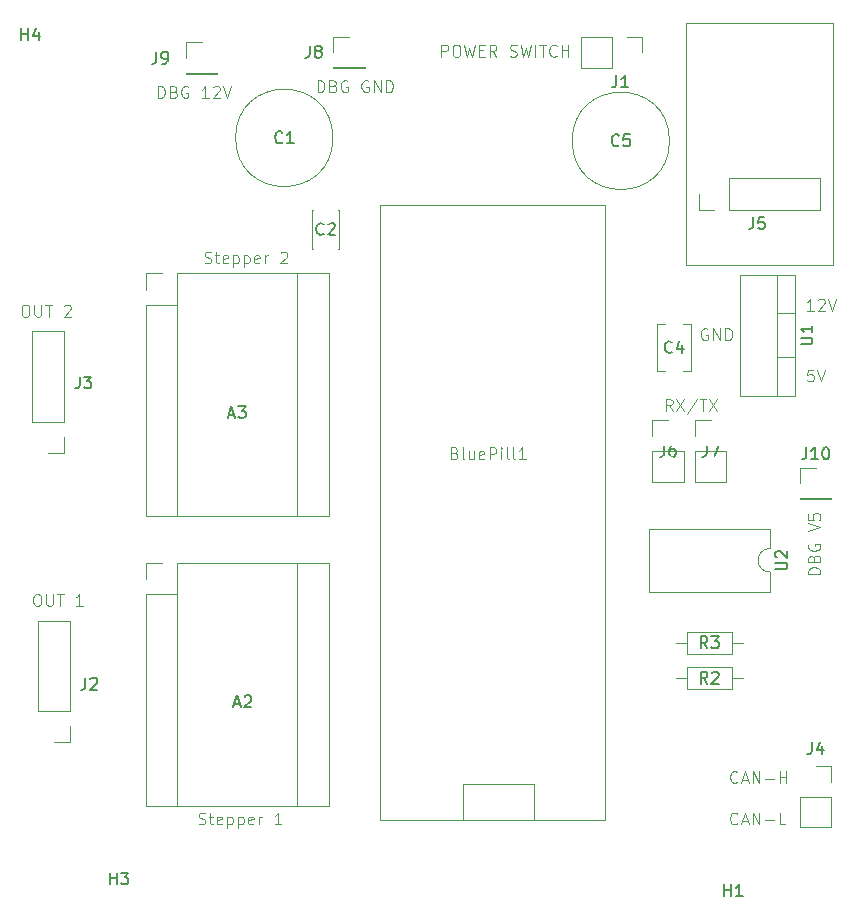
<source format=gto>
G04 #@! TF.GenerationSoftware,KiCad,Pcbnew,8.0.4*
G04 #@! TF.CreationDate,2024-09-27T10:27:01+02:00*
G04 #@! TF.ProjectId,WritingRobotV2,57726974-696e-4675-926f-626f7456322e,rev?*
G04 #@! TF.SameCoordinates,Original*
G04 #@! TF.FileFunction,Legend,Top*
G04 #@! TF.FilePolarity,Positive*
%FSLAX46Y46*%
G04 Gerber Fmt 4.6, Leading zero omitted, Abs format (unit mm)*
G04 Created by KiCad (PCBNEW 8.0.4) date 2024-09-27 10:27:01*
%MOMM*%
%LPD*%
G01*
G04 APERTURE LIST*
%ADD10C,0.100000*%
%ADD11C,0.125000*%
%ADD12C,0.150000*%
%ADD13C,0.120000*%
%ADD14C,1.400000*%
%ADD15O,1.400000X1.400000*%
%ADD16C,4.300000*%
%ADD17R,1.700000X1.700000*%
%ADD18O,1.700000X1.700000*%
%ADD19C,1.700000*%
%ADD20R,1.600000X1.600000*%
%ADD21O,1.600000X1.600000*%
%ADD22C,1.600000*%
%ADD23R,2.000000X1.905000*%
%ADD24O,2.000000X1.905000*%
%ADD25C,0.600000*%
G04 APERTURE END LIST*
D10*
X92000000Y-110500000D02*
X104500000Y-110500000D01*
X104500000Y-131000000D01*
X92000000Y-131000000D01*
X92000000Y-110500000D01*
D11*
X103371119Y-157179668D02*
X102371119Y-157179668D01*
X102371119Y-157179668D02*
X102371119Y-156941573D01*
X102371119Y-156941573D02*
X102418738Y-156798716D01*
X102418738Y-156798716D02*
X102513976Y-156703478D01*
X102513976Y-156703478D02*
X102609214Y-156655859D01*
X102609214Y-156655859D02*
X102799690Y-156608240D01*
X102799690Y-156608240D02*
X102942547Y-156608240D01*
X102942547Y-156608240D02*
X103133023Y-156655859D01*
X103133023Y-156655859D02*
X103228261Y-156703478D01*
X103228261Y-156703478D02*
X103323500Y-156798716D01*
X103323500Y-156798716D02*
X103371119Y-156941573D01*
X103371119Y-156941573D02*
X103371119Y-157179668D01*
X102847309Y-155846335D02*
X102894928Y-155703478D01*
X102894928Y-155703478D02*
X102942547Y-155655859D01*
X102942547Y-155655859D02*
X103037785Y-155608240D01*
X103037785Y-155608240D02*
X103180642Y-155608240D01*
X103180642Y-155608240D02*
X103275880Y-155655859D01*
X103275880Y-155655859D02*
X103323500Y-155703478D01*
X103323500Y-155703478D02*
X103371119Y-155798716D01*
X103371119Y-155798716D02*
X103371119Y-156179668D01*
X103371119Y-156179668D02*
X102371119Y-156179668D01*
X102371119Y-156179668D02*
X102371119Y-155846335D01*
X102371119Y-155846335D02*
X102418738Y-155751097D01*
X102418738Y-155751097D02*
X102466357Y-155703478D01*
X102466357Y-155703478D02*
X102561595Y-155655859D01*
X102561595Y-155655859D02*
X102656833Y-155655859D01*
X102656833Y-155655859D02*
X102752071Y-155703478D01*
X102752071Y-155703478D02*
X102799690Y-155751097D01*
X102799690Y-155751097D02*
X102847309Y-155846335D01*
X102847309Y-155846335D02*
X102847309Y-156179668D01*
X102418738Y-154655859D02*
X102371119Y-154751097D01*
X102371119Y-154751097D02*
X102371119Y-154893954D01*
X102371119Y-154893954D02*
X102418738Y-155036811D01*
X102418738Y-155036811D02*
X102513976Y-155132049D01*
X102513976Y-155132049D02*
X102609214Y-155179668D01*
X102609214Y-155179668D02*
X102799690Y-155227287D01*
X102799690Y-155227287D02*
X102942547Y-155227287D01*
X102942547Y-155227287D02*
X103133023Y-155179668D01*
X103133023Y-155179668D02*
X103228261Y-155132049D01*
X103228261Y-155132049D02*
X103323500Y-155036811D01*
X103323500Y-155036811D02*
X103371119Y-154893954D01*
X103371119Y-154893954D02*
X103371119Y-154798716D01*
X103371119Y-154798716D02*
X103323500Y-154655859D01*
X103323500Y-154655859D02*
X103275880Y-154608240D01*
X103275880Y-154608240D02*
X102942547Y-154608240D01*
X102942547Y-154608240D02*
X102942547Y-154798716D01*
X102371119Y-153560620D02*
X103371119Y-153227287D01*
X103371119Y-153227287D02*
X102371119Y-152893954D01*
X102371119Y-152084430D02*
X102371119Y-152560620D01*
X102371119Y-152560620D02*
X102847309Y-152608239D01*
X102847309Y-152608239D02*
X102799690Y-152560620D01*
X102799690Y-152560620D02*
X102752071Y-152465382D01*
X102752071Y-152465382D02*
X102752071Y-152227287D01*
X102752071Y-152227287D02*
X102799690Y-152132049D01*
X102799690Y-152132049D02*
X102847309Y-152084430D01*
X102847309Y-152084430D02*
X102942547Y-152036811D01*
X102942547Y-152036811D02*
X103180642Y-152036811D01*
X103180642Y-152036811D02*
X103275880Y-152084430D01*
X103275880Y-152084430D02*
X103323500Y-152132049D01*
X103323500Y-152132049D02*
X103371119Y-152227287D01*
X103371119Y-152227287D02*
X103371119Y-152465382D01*
X103371119Y-152465382D02*
X103323500Y-152560620D01*
X103323500Y-152560620D02*
X103275880Y-152608239D01*
X60820331Y-116371119D02*
X60820331Y-115371119D01*
X60820331Y-115371119D02*
X61058426Y-115371119D01*
X61058426Y-115371119D02*
X61201283Y-115418738D01*
X61201283Y-115418738D02*
X61296521Y-115513976D01*
X61296521Y-115513976D02*
X61344140Y-115609214D01*
X61344140Y-115609214D02*
X61391759Y-115799690D01*
X61391759Y-115799690D02*
X61391759Y-115942547D01*
X61391759Y-115942547D02*
X61344140Y-116133023D01*
X61344140Y-116133023D02*
X61296521Y-116228261D01*
X61296521Y-116228261D02*
X61201283Y-116323500D01*
X61201283Y-116323500D02*
X61058426Y-116371119D01*
X61058426Y-116371119D02*
X60820331Y-116371119D01*
X62153664Y-115847309D02*
X62296521Y-115894928D01*
X62296521Y-115894928D02*
X62344140Y-115942547D01*
X62344140Y-115942547D02*
X62391759Y-116037785D01*
X62391759Y-116037785D02*
X62391759Y-116180642D01*
X62391759Y-116180642D02*
X62344140Y-116275880D01*
X62344140Y-116275880D02*
X62296521Y-116323500D01*
X62296521Y-116323500D02*
X62201283Y-116371119D01*
X62201283Y-116371119D02*
X61820331Y-116371119D01*
X61820331Y-116371119D02*
X61820331Y-115371119D01*
X61820331Y-115371119D02*
X62153664Y-115371119D01*
X62153664Y-115371119D02*
X62248902Y-115418738D01*
X62248902Y-115418738D02*
X62296521Y-115466357D01*
X62296521Y-115466357D02*
X62344140Y-115561595D01*
X62344140Y-115561595D02*
X62344140Y-115656833D01*
X62344140Y-115656833D02*
X62296521Y-115752071D01*
X62296521Y-115752071D02*
X62248902Y-115799690D01*
X62248902Y-115799690D02*
X62153664Y-115847309D01*
X62153664Y-115847309D02*
X61820331Y-115847309D01*
X63344140Y-115418738D02*
X63248902Y-115371119D01*
X63248902Y-115371119D02*
X63106045Y-115371119D01*
X63106045Y-115371119D02*
X62963188Y-115418738D01*
X62963188Y-115418738D02*
X62867950Y-115513976D01*
X62867950Y-115513976D02*
X62820331Y-115609214D01*
X62820331Y-115609214D02*
X62772712Y-115799690D01*
X62772712Y-115799690D02*
X62772712Y-115942547D01*
X62772712Y-115942547D02*
X62820331Y-116133023D01*
X62820331Y-116133023D02*
X62867950Y-116228261D01*
X62867950Y-116228261D02*
X62963188Y-116323500D01*
X62963188Y-116323500D02*
X63106045Y-116371119D01*
X63106045Y-116371119D02*
X63201283Y-116371119D01*
X63201283Y-116371119D02*
X63344140Y-116323500D01*
X63344140Y-116323500D02*
X63391759Y-116275880D01*
X63391759Y-116275880D02*
X63391759Y-115942547D01*
X63391759Y-115942547D02*
X63201283Y-115942547D01*
X65106045Y-115418738D02*
X65010807Y-115371119D01*
X65010807Y-115371119D02*
X64867950Y-115371119D01*
X64867950Y-115371119D02*
X64725093Y-115418738D01*
X64725093Y-115418738D02*
X64629855Y-115513976D01*
X64629855Y-115513976D02*
X64582236Y-115609214D01*
X64582236Y-115609214D02*
X64534617Y-115799690D01*
X64534617Y-115799690D02*
X64534617Y-115942547D01*
X64534617Y-115942547D02*
X64582236Y-116133023D01*
X64582236Y-116133023D02*
X64629855Y-116228261D01*
X64629855Y-116228261D02*
X64725093Y-116323500D01*
X64725093Y-116323500D02*
X64867950Y-116371119D01*
X64867950Y-116371119D02*
X64963188Y-116371119D01*
X64963188Y-116371119D02*
X65106045Y-116323500D01*
X65106045Y-116323500D02*
X65153664Y-116275880D01*
X65153664Y-116275880D02*
X65153664Y-115942547D01*
X65153664Y-115942547D02*
X64963188Y-115942547D01*
X65582236Y-116371119D02*
X65582236Y-115371119D01*
X65582236Y-115371119D02*
X66153664Y-116371119D01*
X66153664Y-116371119D02*
X66153664Y-115371119D01*
X66629855Y-116371119D02*
X66629855Y-115371119D01*
X66629855Y-115371119D02*
X66867950Y-115371119D01*
X66867950Y-115371119D02*
X67010807Y-115418738D01*
X67010807Y-115418738D02*
X67106045Y-115513976D01*
X67106045Y-115513976D02*
X67153664Y-115609214D01*
X67153664Y-115609214D02*
X67201283Y-115799690D01*
X67201283Y-115799690D02*
X67201283Y-115942547D01*
X67201283Y-115942547D02*
X67153664Y-116133023D01*
X67153664Y-116133023D02*
X67106045Y-116228261D01*
X67106045Y-116228261D02*
X67010807Y-116323500D01*
X67010807Y-116323500D02*
X66867950Y-116371119D01*
X66867950Y-116371119D02*
X66629855Y-116371119D01*
D10*
X71303884Y-113372419D02*
X71303884Y-112372419D01*
X71303884Y-112372419D02*
X71684836Y-112372419D01*
X71684836Y-112372419D02*
X71780074Y-112420038D01*
X71780074Y-112420038D02*
X71827693Y-112467657D01*
X71827693Y-112467657D02*
X71875312Y-112562895D01*
X71875312Y-112562895D02*
X71875312Y-112705752D01*
X71875312Y-112705752D02*
X71827693Y-112800990D01*
X71827693Y-112800990D02*
X71780074Y-112848609D01*
X71780074Y-112848609D02*
X71684836Y-112896228D01*
X71684836Y-112896228D02*
X71303884Y-112896228D01*
X72494360Y-112372419D02*
X72684836Y-112372419D01*
X72684836Y-112372419D02*
X72780074Y-112420038D01*
X72780074Y-112420038D02*
X72875312Y-112515276D01*
X72875312Y-112515276D02*
X72922931Y-112705752D01*
X72922931Y-112705752D02*
X72922931Y-113039085D01*
X72922931Y-113039085D02*
X72875312Y-113229561D01*
X72875312Y-113229561D02*
X72780074Y-113324800D01*
X72780074Y-113324800D02*
X72684836Y-113372419D01*
X72684836Y-113372419D02*
X72494360Y-113372419D01*
X72494360Y-113372419D02*
X72399122Y-113324800D01*
X72399122Y-113324800D02*
X72303884Y-113229561D01*
X72303884Y-113229561D02*
X72256265Y-113039085D01*
X72256265Y-113039085D02*
X72256265Y-112705752D01*
X72256265Y-112705752D02*
X72303884Y-112515276D01*
X72303884Y-112515276D02*
X72399122Y-112420038D01*
X72399122Y-112420038D02*
X72494360Y-112372419D01*
X73256265Y-112372419D02*
X73494360Y-113372419D01*
X73494360Y-113372419D02*
X73684836Y-112658133D01*
X73684836Y-112658133D02*
X73875312Y-113372419D01*
X73875312Y-113372419D02*
X74113408Y-112372419D01*
X74494360Y-112848609D02*
X74827693Y-112848609D01*
X74970550Y-113372419D02*
X74494360Y-113372419D01*
X74494360Y-113372419D02*
X74494360Y-112372419D01*
X74494360Y-112372419D02*
X74970550Y-112372419D01*
X75970550Y-113372419D02*
X75637217Y-112896228D01*
X75399122Y-113372419D02*
X75399122Y-112372419D01*
X75399122Y-112372419D02*
X75780074Y-112372419D01*
X75780074Y-112372419D02*
X75875312Y-112420038D01*
X75875312Y-112420038D02*
X75922931Y-112467657D01*
X75922931Y-112467657D02*
X75970550Y-112562895D01*
X75970550Y-112562895D02*
X75970550Y-112705752D01*
X75970550Y-112705752D02*
X75922931Y-112800990D01*
X75922931Y-112800990D02*
X75875312Y-112848609D01*
X75875312Y-112848609D02*
X75780074Y-112896228D01*
X75780074Y-112896228D02*
X75399122Y-112896228D01*
X77113408Y-113324800D02*
X77256265Y-113372419D01*
X77256265Y-113372419D02*
X77494360Y-113372419D01*
X77494360Y-113372419D02*
X77589598Y-113324800D01*
X77589598Y-113324800D02*
X77637217Y-113277180D01*
X77637217Y-113277180D02*
X77684836Y-113181942D01*
X77684836Y-113181942D02*
X77684836Y-113086704D01*
X77684836Y-113086704D02*
X77637217Y-112991466D01*
X77637217Y-112991466D02*
X77589598Y-112943847D01*
X77589598Y-112943847D02*
X77494360Y-112896228D01*
X77494360Y-112896228D02*
X77303884Y-112848609D01*
X77303884Y-112848609D02*
X77208646Y-112800990D01*
X77208646Y-112800990D02*
X77161027Y-112753371D01*
X77161027Y-112753371D02*
X77113408Y-112658133D01*
X77113408Y-112658133D02*
X77113408Y-112562895D01*
X77113408Y-112562895D02*
X77161027Y-112467657D01*
X77161027Y-112467657D02*
X77208646Y-112420038D01*
X77208646Y-112420038D02*
X77303884Y-112372419D01*
X77303884Y-112372419D02*
X77541979Y-112372419D01*
X77541979Y-112372419D02*
X77684836Y-112420038D01*
X78018170Y-112372419D02*
X78256265Y-113372419D01*
X78256265Y-113372419D02*
X78446741Y-112658133D01*
X78446741Y-112658133D02*
X78637217Y-113372419D01*
X78637217Y-113372419D02*
X78875313Y-112372419D01*
X79256265Y-113372419D02*
X79256265Y-112372419D01*
X79589598Y-112372419D02*
X80161026Y-112372419D01*
X79875312Y-113372419D02*
X79875312Y-112372419D01*
X81065788Y-113277180D02*
X81018169Y-113324800D01*
X81018169Y-113324800D02*
X80875312Y-113372419D01*
X80875312Y-113372419D02*
X80780074Y-113372419D01*
X80780074Y-113372419D02*
X80637217Y-113324800D01*
X80637217Y-113324800D02*
X80541979Y-113229561D01*
X80541979Y-113229561D02*
X80494360Y-113134323D01*
X80494360Y-113134323D02*
X80446741Y-112943847D01*
X80446741Y-112943847D02*
X80446741Y-112800990D01*
X80446741Y-112800990D02*
X80494360Y-112610514D01*
X80494360Y-112610514D02*
X80541979Y-112515276D01*
X80541979Y-112515276D02*
X80637217Y-112420038D01*
X80637217Y-112420038D02*
X80780074Y-112372419D01*
X80780074Y-112372419D02*
X80875312Y-112372419D01*
X80875312Y-112372419D02*
X81018169Y-112420038D01*
X81018169Y-112420038D02*
X81065788Y-112467657D01*
X81494360Y-113372419D02*
X81494360Y-112372419D01*
X81494360Y-112848609D02*
X82065788Y-112848609D01*
X82065788Y-113372419D02*
X82065788Y-112372419D01*
X102780074Y-139872419D02*
X102303884Y-139872419D01*
X102303884Y-139872419D02*
X102256265Y-140348609D01*
X102256265Y-140348609D02*
X102303884Y-140300990D01*
X102303884Y-140300990D02*
X102399122Y-140253371D01*
X102399122Y-140253371D02*
X102637217Y-140253371D01*
X102637217Y-140253371D02*
X102732455Y-140300990D01*
X102732455Y-140300990D02*
X102780074Y-140348609D01*
X102780074Y-140348609D02*
X102827693Y-140443847D01*
X102827693Y-140443847D02*
X102827693Y-140681942D01*
X102827693Y-140681942D02*
X102780074Y-140777180D01*
X102780074Y-140777180D02*
X102732455Y-140824800D01*
X102732455Y-140824800D02*
X102637217Y-140872419D01*
X102637217Y-140872419D02*
X102399122Y-140872419D01*
X102399122Y-140872419D02*
X102303884Y-140824800D01*
X102303884Y-140824800D02*
X102256265Y-140777180D01*
X103113408Y-139872419D02*
X103446741Y-140872419D01*
X103446741Y-140872419D02*
X103780074Y-139872419D01*
X36994360Y-158872419D02*
X37184836Y-158872419D01*
X37184836Y-158872419D02*
X37280074Y-158920038D01*
X37280074Y-158920038D02*
X37375312Y-159015276D01*
X37375312Y-159015276D02*
X37422931Y-159205752D01*
X37422931Y-159205752D02*
X37422931Y-159539085D01*
X37422931Y-159539085D02*
X37375312Y-159729561D01*
X37375312Y-159729561D02*
X37280074Y-159824800D01*
X37280074Y-159824800D02*
X37184836Y-159872419D01*
X37184836Y-159872419D02*
X36994360Y-159872419D01*
X36994360Y-159872419D02*
X36899122Y-159824800D01*
X36899122Y-159824800D02*
X36803884Y-159729561D01*
X36803884Y-159729561D02*
X36756265Y-159539085D01*
X36756265Y-159539085D02*
X36756265Y-159205752D01*
X36756265Y-159205752D02*
X36803884Y-159015276D01*
X36803884Y-159015276D02*
X36899122Y-158920038D01*
X36899122Y-158920038D02*
X36994360Y-158872419D01*
X37851503Y-158872419D02*
X37851503Y-159681942D01*
X37851503Y-159681942D02*
X37899122Y-159777180D01*
X37899122Y-159777180D02*
X37946741Y-159824800D01*
X37946741Y-159824800D02*
X38041979Y-159872419D01*
X38041979Y-159872419D02*
X38232455Y-159872419D01*
X38232455Y-159872419D02*
X38327693Y-159824800D01*
X38327693Y-159824800D02*
X38375312Y-159777180D01*
X38375312Y-159777180D02*
X38422931Y-159681942D01*
X38422931Y-159681942D02*
X38422931Y-158872419D01*
X38756265Y-158872419D02*
X39327693Y-158872419D01*
X39041979Y-159872419D02*
X39041979Y-158872419D01*
X40946741Y-159872419D02*
X40375313Y-159872419D01*
X40661027Y-159872419D02*
X40661027Y-158872419D01*
X40661027Y-158872419D02*
X40565789Y-159015276D01*
X40565789Y-159015276D02*
X40470551Y-159110514D01*
X40470551Y-159110514D02*
X40375313Y-159158133D01*
X93827693Y-136420038D02*
X93732455Y-136372419D01*
X93732455Y-136372419D02*
X93589598Y-136372419D01*
X93589598Y-136372419D02*
X93446741Y-136420038D01*
X93446741Y-136420038D02*
X93351503Y-136515276D01*
X93351503Y-136515276D02*
X93303884Y-136610514D01*
X93303884Y-136610514D02*
X93256265Y-136800990D01*
X93256265Y-136800990D02*
X93256265Y-136943847D01*
X93256265Y-136943847D02*
X93303884Y-137134323D01*
X93303884Y-137134323D02*
X93351503Y-137229561D01*
X93351503Y-137229561D02*
X93446741Y-137324800D01*
X93446741Y-137324800D02*
X93589598Y-137372419D01*
X93589598Y-137372419D02*
X93684836Y-137372419D01*
X93684836Y-137372419D02*
X93827693Y-137324800D01*
X93827693Y-137324800D02*
X93875312Y-137277180D01*
X93875312Y-137277180D02*
X93875312Y-136943847D01*
X93875312Y-136943847D02*
X93684836Y-136943847D01*
X94303884Y-137372419D02*
X94303884Y-136372419D01*
X94303884Y-136372419D02*
X94875312Y-137372419D01*
X94875312Y-137372419D02*
X94875312Y-136372419D01*
X95351503Y-137372419D02*
X95351503Y-136372419D01*
X95351503Y-136372419D02*
X95589598Y-136372419D01*
X95589598Y-136372419D02*
X95732455Y-136420038D01*
X95732455Y-136420038D02*
X95827693Y-136515276D01*
X95827693Y-136515276D02*
X95875312Y-136610514D01*
X95875312Y-136610514D02*
X95922931Y-136800990D01*
X95922931Y-136800990D02*
X95922931Y-136943847D01*
X95922931Y-136943847D02*
X95875312Y-137134323D01*
X95875312Y-137134323D02*
X95827693Y-137229561D01*
X95827693Y-137229561D02*
X95732455Y-137324800D01*
X95732455Y-137324800D02*
X95589598Y-137372419D01*
X95589598Y-137372419D02*
X95351503Y-137372419D01*
X50756265Y-178324800D02*
X50899122Y-178372419D01*
X50899122Y-178372419D02*
X51137217Y-178372419D01*
X51137217Y-178372419D02*
X51232455Y-178324800D01*
X51232455Y-178324800D02*
X51280074Y-178277180D01*
X51280074Y-178277180D02*
X51327693Y-178181942D01*
X51327693Y-178181942D02*
X51327693Y-178086704D01*
X51327693Y-178086704D02*
X51280074Y-177991466D01*
X51280074Y-177991466D02*
X51232455Y-177943847D01*
X51232455Y-177943847D02*
X51137217Y-177896228D01*
X51137217Y-177896228D02*
X50946741Y-177848609D01*
X50946741Y-177848609D02*
X50851503Y-177800990D01*
X50851503Y-177800990D02*
X50803884Y-177753371D01*
X50803884Y-177753371D02*
X50756265Y-177658133D01*
X50756265Y-177658133D02*
X50756265Y-177562895D01*
X50756265Y-177562895D02*
X50803884Y-177467657D01*
X50803884Y-177467657D02*
X50851503Y-177420038D01*
X50851503Y-177420038D02*
X50946741Y-177372419D01*
X50946741Y-177372419D02*
X51184836Y-177372419D01*
X51184836Y-177372419D02*
X51327693Y-177420038D01*
X51613408Y-177705752D02*
X51994360Y-177705752D01*
X51756265Y-177372419D02*
X51756265Y-178229561D01*
X51756265Y-178229561D02*
X51803884Y-178324800D01*
X51803884Y-178324800D02*
X51899122Y-178372419D01*
X51899122Y-178372419D02*
X51994360Y-178372419D01*
X52708646Y-178324800D02*
X52613408Y-178372419D01*
X52613408Y-178372419D02*
X52422932Y-178372419D01*
X52422932Y-178372419D02*
X52327694Y-178324800D01*
X52327694Y-178324800D02*
X52280075Y-178229561D01*
X52280075Y-178229561D02*
X52280075Y-177848609D01*
X52280075Y-177848609D02*
X52327694Y-177753371D01*
X52327694Y-177753371D02*
X52422932Y-177705752D01*
X52422932Y-177705752D02*
X52613408Y-177705752D01*
X52613408Y-177705752D02*
X52708646Y-177753371D01*
X52708646Y-177753371D02*
X52756265Y-177848609D01*
X52756265Y-177848609D02*
X52756265Y-177943847D01*
X52756265Y-177943847D02*
X52280075Y-178039085D01*
X53184837Y-177705752D02*
X53184837Y-178705752D01*
X53184837Y-177753371D02*
X53280075Y-177705752D01*
X53280075Y-177705752D02*
X53470551Y-177705752D01*
X53470551Y-177705752D02*
X53565789Y-177753371D01*
X53565789Y-177753371D02*
X53613408Y-177800990D01*
X53613408Y-177800990D02*
X53661027Y-177896228D01*
X53661027Y-177896228D02*
X53661027Y-178181942D01*
X53661027Y-178181942D02*
X53613408Y-178277180D01*
X53613408Y-178277180D02*
X53565789Y-178324800D01*
X53565789Y-178324800D02*
X53470551Y-178372419D01*
X53470551Y-178372419D02*
X53280075Y-178372419D01*
X53280075Y-178372419D02*
X53184837Y-178324800D01*
X54089599Y-177705752D02*
X54089599Y-178705752D01*
X54089599Y-177753371D02*
X54184837Y-177705752D01*
X54184837Y-177705752D02*
X54375313Y-177705752D01*
X54375313Y-177705752D02*
X54470551Y-177753371D01*
X54470551Y-177753371D02*
X54518170Y-177800990D01*
X54518170Y-177800990D02*
X54565789Y-177896228D01*
X54565789Y-177896228D02*
X54565789Y-178181942D01*
X54565789Y-178181942D02*
X54518170Y-178277180D01*
X54518170Y-178277180D02*
X54470551Y-178324800D01*
X54470551Y-178324800D02*
X54375313Y-178372419D01*
X54375313Y-178372419D02*
X54184837Y-178372419D01*
X54184837Y-178372419D02*
X54089599Y-178324800D01*
X55375313Y-178324800D02*
X55280075Y-178372419D01*
X55280075Y-178372419D02*
X55089599Y-178372419D01*
X55089599Y-178372419D02*
X54994361Y-178324800D01*
X54994361Y-178324800D02*
X54946742Y-178229561D01*
X54946742Y-178229561D02*
X54946742Y-177848609D01*
X54946742Y-177848609D02*
X54994361Y-177753371D01*
X54994361Y-177753371D02*
X55089599Y-177705752D01*
X55089599Y-177705752D02*
X55280075Y-177705752D01*
X55280075Y-177705752D02*
X55375313Y-177753371D01*
X55375313Y-177753371D02*
X55422932Y-177848609D01*
X55422932Y-177848609D02*
X55422932Y-177943847D01*
X55422932Y-177943847D02*
X54946742Y-178039085D01*
X55851504Y-178372419D02*
X55851504Y-177705752D01*
X55851504Y-177896228D02*
X55899123Y-177800990D01*
X55899123Y-177800990D02*
X55946742Y-177753371D01*
X55946742Y-177753371D02*
X56041980Y-177705752D01*
X56041980Y-177705752D02*
X56137218Y-177705752D01*
X57756266Y-178372419D02*
X57184838Y-178372419D01*
X57470552Y-178372419D02*
X57470552Y-177372419D01*
X57470552Y-177372419D02*
X57375314Y-177515276D01*
X57375314Y-177515276D02*
X57280076Y-177610514D01*
X57280076Y-177610514D02*
X57184838Y-177658133D01*
X96375312Y-178277180D02*
X96327693Y-178324800D01*
X96327693Y-178324800D02*
X96184836Y-178372419D01*
X96184836Y-178372419D02*
X96089598Y-178372419D01*
X96089598Y-178372419D02*
X95946741Y-178324800D01*
X95946741Y-178324800D02*
X95851503Y-178229561D01*
X95851503Y-178229561D02*
X95803884Y-178134323D01*
X95803884Y-178134323D02*
X95756265Y-177943847D01*
X95756265Y-177943847D02*
X95756265Y-177800990D01*
X95756265Y-177800990D02*
X95803884Y-177610514D01*
X95803884Y-177610514D02*
X95851503Y-177515276D01*
X95851503Y-177515276D02*
X95946741Y-177420038D01*
X95946741Y-177420038D02*
X96089598Y-177372419D01*
X96089598Y-177372419D02*
X96184836Y-177372419D01*
X96184836Y-177372419D02*
X96327693Y-177420038D01*
X96327693Y-177420038D02*
X96375312Y-177467657D01*
X96756265Y-178086704D02*
X97232455Y-178086704D01*
X96661027Y-178372419D02*
X96994360Y-177372419D01*
X96994360Y-177372419D02*
X97327693Y-178372419D01*
X97661027Y-178372419D02*
X97661027Y-177372419D01*
X97661027Y-177372419D02*
X98232455Y-178372419D01*
X98232455Y-178372419D02*
X98232455Y-177372419D01*
X98708646Y-177991466D02*
X99470551Y-177991466D01*
X100422931Y-178372419D02*
X99946741Y-178372419D01*
X99946741Y-178372419D02*
X99946741Y-177372419D01*
X102827693Y-134872419D02*
X102256265Y-134872419D01*
X102541979Y-134872419D02*
X102541979Y-133872419D01*
X102541979Y-133872419D02*
X102446741Y-134015276D01*
X102446741Y-134015276D02*
X102351503Y-134110514D01*
X102351503Y-134110514D02*
X102256265Y-134158133D01*
X103208646Y-133967657D02*
X103256265Y-133920038D01*
X103256265Y-133920038D02*
X103351503Y-133872419D01*
X103351503Y-133872419D02*
X103589598Y-133872419D01*
X103589598Y-133872419D02*
X103684836Y-133920038D01*
X103684836Y-133920038D02*
X103732455Y-133967657D01*
X103732455Y-133967657D02*
X103780074Y-134062895D01*
X103780074Y-134062895D02*
X103780074Y-134158133D01*
X103780074Y-134158133D02*
X103732455Y-134300990D01*
X103732455Y-134300990D02*
X103161027Y-134872419D01*
X103161027Y-134872419D02*
X103780074Y-134872419D01*
X104065789Y-133872419D02*
X104399122Y-134872419D01*
X104399122Y-134872419D02*
X104732455Y-133872419D01*
X96375312Y-174777180D02*
X96327693Y-174824800D01*
X96327693Y-174824800D02*
X96184836Y-174872419D01*
X96184836Y-174872419D02*
X96089598Y-174872419D01*
X96089598Y-174872419D02*
X95946741Y-174824800D01*
X95946741Y-174824800D02*
X95851503Y-174729561D01*
X95851503Y-174729561D02*
X95803884Y-174634323D01*
X95803884Y-174634323D02*
X95756265Y-174443847D01*
X95756265Y-174443847D02*
X95756265Y-174300990D01*
X95756265Y-174300990D02*
X95803884Y-174110514D01*
X95803884Y-174110514D02*
X95851503Y-174015276D01*
X95851503Y-174015276D02*
X95946741Y-173920038D01*
X95946741Y-173920038D02*
X96089598Y-173872419D01*
X96089598Y-173872419D02*
X96184836Y-173872419D01*
X96184836Y-173872419D02*
X96327693Y-173920038D01*
X96327693Y-173920038D02*
X96375312Y-173967657D01*
X96756265Y-174586704D02*
X97232455Y-174586704D01*
X96661027Y-174872419D02*
X96994360Y-173872419D01*
X96994360Y-173872419D02*
X97327693Y-174872419D01*
X97661027Y-174872419D02*
X97661027Y-173872419D01*
X97661027Y-173872419D02*
X98232455Y-174872419D01*
X98232455Y-174872419D02*
X98232455Y-173872419D01*
X98708646Y-174491466D02*
X99470551Y-174491466D01*
X99946741Y-174872419D02*
X99946741Y-173872419D01*
X99946741Y-174348609D02*
X100518169Y-174348609D01*
X100518169Y-174872419D02*
X100518169Y-173872419D01*
X35994360Y-134372419D02*
X36184836Y-134372419D01*
X36184836Y-134372419D02*
X36280074Y-134420038D01*
X36280074Y-134420038D02*
X36375312Y-134515276D01*
X36375312Y-134515276D02*
X36422931Y-134705752D01*
X36422931Y-134705752D02*
X36422931Y-135039085D01*
X36422931Y-135039085D02*
X36375312Y-135229561D01*
X36375312Y-135229561D02*
X36280074Y-135324800D01*
X36280074Y-135324800D02*
X36184836Y-135372419D01*
X36184836Y-135372419D02*
X35994360Y-135372419D01*
X35994360Y-135372419D02*
X35899122Y-135324800D01*
X35899122Y-135324800D02*
X35803884Y-135229561D01*
X35803884Y-135229561D02*
X35756265Y-135039085D01*
X35756265Y-135039085D02*
X35756265Y-134705752D01*
X35756265Y-134705752D02*
X35803884Y-134515276D01*
X35803884Y-134515276D02*
X35899122Y-134420038D01*
X35899122Y-134420038D02*
X35994360Y-134372419D01*
X36851503Y-134372419D02*
X36851503Y-135181942D01*
X36851503Y-135181942D02*
X36899122Y-135277180D01*
X36899122Y-135277180D02*
X36946741Y-135324800D01*
X36946741Y-135324800D02*
X37041979Y-135372419D01*
X37041979Y-135372419D02*
X37232455Y-135372419D01*
X37232455Y-135372419D02*
X37327693Y-135324800D01*
X37327693Y-135324800D02*
X37375312Y-135277180D01*
X37375312Y-135277180D02*
X37422931Y-135181942D01*
X37422931Y-135181942D02*
X37422931Y-134372419D01*
X37756265Y-134372419D02*
X38327693Y-134372419D01*
X38041979Y-135372419D02*
X38041979Y-134372419D01*
X39375313Y-134467657D02*
X39422932Y-134420038D01*
X39422932Y-134420038D02*
X39518170Y-134372419D01*
X39518170Y-134372419D02*
X39756265Y-134372419D01*
X39756265Y-134372419D02*
X39851503Y-134420038D01*
X39851503Y-134420038D02*
X39899122Y-134467657D01*
X39899122Y-134467657D02*
X39946741Y-134562895D01*
X39946741Y-134562895D02*
X39946741Y-134658133D01*
X39946741Y-134658133D02*
X39899122Y-134800990D01*
X39899122Y-134800990D02*
X39327694Y-135372419D01*
X39327694Y-135372419D02*
X39946741Y-135372419D01*
X51256265Y-130824800D02*
X51399122Y-130872419D01*
X51399122Y-130872419D02*
X51637217Y-130872419D01*
X51637217Y-130872419D02*
X51732455Y-130824800D01*
X51732455Y-130824800D02*
X51780074Y-130777180D01*
X51780074Y-130777180D02*
X51827693Y-130681942D01*
X51827693Y-130681942D02*
X51827693Y-130586704D01*
X51827693Y-130586704D02*
X51780074Y-130491466D01*
X51780074Y-130491466D02*
X51732455Y-130443847D01*
X51732455Y-130443847D02*
X51637217Y-130396228D01*
X51637217Y-130396228D02*
X51446741Y-130348609D01*
X51446741Y-130348609D02*
X51351503Y-130300990D01*
X51351503Y-130300990D02*
X51303884Y-130253371D01*
X51303884Y-130253371D02*
X51256265Y-130158133D01*
X51256265Y-130158133D02*
X51256265Y-130062895D01*
X51256265Y-130062895D02*
X51303884Y-129967657D01*
X51303884Y-129967657D02*
X51351503Y-129920038D01*
X51351503Y-129920038D02*
X51446741Y-129872419D01*
X51446741Y-129872419D02*
X51684836Y-129872419D01*
X51684836Y-129872419D02*
X51827693Y-129920038D01*
X52113408Y-130205752D02*
X52494360Y-130205752D01*
X52256265Y-129872419D02*
X52256265Y-130729561D01*
X52256265Y-130729561D02*
X52303884Y-130824800D01*
X52303884Y-130824800D02*
X52399122Y-130872419D01*
X52399122Y-130872419D02*
X52494360Y-130872419D01*
X53208646Y-130824800D02*
X53113408Y-130872419D01*
X53113408Y-130872419D02*
X52922932Y-130872419D01*
X52922932Y-130872419D02*
X52827694Y-130824800D01*
X52827694Y-130824800D02*
X52780075Y-130729561D01*
X52780075Y-130729561D02*
X52780075Y-130348609D01*
X52780075Y-130348609D02*
X52827694Y-130253371D01*
X52827694Y-130253371D02*
X52922932Y-130205752D01*
X52922932Y-130205752D02*
X53113408Y-130205752D01*
X53113408Y-130205752D02*
X53208646Y-130253371D01*
X53208646Y-130253371D02*
X53256265Y-130348609D01*
X53256265Y-130348609D02*
X53256265Y-130443847D01*
X53256265Y-130443847D02*
X52780075Y-130539085D01*
X53684837Y-130205752D02*
X53684837Y-131205752D01*
X53684837Y-130253371D02*
X53780075Y-130205752D01*
X53780075Y-130205752D02*
X53970551Y-130205752D01*
X53970551Y-130205752D02*
X54065789Y-130253371D01*
X54065789Y-130253371D02*
X54113408Y-130300990D01*
X54113408Y-130300990D02*
X54161027Y-130396228D01*
X54161027Y-130396228D02*
X54161027Y-130681942D01*
X54161027Y-130681942D02*
X54113408Y-130777180D01*
X54113408Y-130777180D02*
X54065789Y-130824800D01*
X54065789Y-130824800D02*
X53970551Y-130872419D01*
X53970551Y-130872419D02*
X53780075Y-130872419D01*
X53780075Y-130872419D02*
X53684837Y-130824800D01*
X54589599Y-130205752D02*
X54589599Y-131205752D01*
X54589599Y-130253371D02*
X54684837Y-130205752D01*
X54684837Y-130205752D02*
X54875313Y-130205752D01*
X54875313Y-130205752D02*
X54970551Y-130253371D01*
X54970551Y-130253371D02*
X55018170Y-130300990D01*
X55018170Y-130300990D02*
X55065789Y-130396228D01*
X55065789Y-130396228D02*
X55065789Y-130681942D01*
X55065789Y-130681942D02*
X55018170Y-130777180D01*
X55018170Y-130777180D02*
X54970551Y-130824800D01*
X54970551Y-130824800D02*
X54875313Y-130872419D01*
X54875313Y-130872419D02*
X54684837Y-130872419D01*
X54684837Y-130872419D02*
X54589599Y-130824800D01*
X55875313Y-130824800D02*
X55780075Y-130872419D01*
X55780075Y-130872419D02*
X55589599Y-130872419D01*
X55589599Y-130872419D02*
X55494361Y-130824800D01*
X55494361Y-130824800D02*
X55446742Y-130729561D01*
X55446742Y-130729561D02*
X55446742Y-130348609D01*
X55446742Y-130348609D02*
X55494361Y-130253371D01*
X55494361Y-130253371D02*
X55589599Y-130205752D01*
X55589599Y-130205752D02*
X55780075Y-130205752D01*
X55780075Y-130205752D02*
X55875313Y-130253371D01*
X55875313Y-130253371D02*
X55922932Y-130348609D01*
X55922932Y-130348609D02*
X55922932Y-130443847D01*
X55922932Y-130443847D02*
X55446742Y-130539085D01*
X56351504Y-130872419D02*
X56351504Y-130205752D01*
X56351504Y-130396228D02*
X56399123Y-130300990D01*
X56399123Y-130300990D02*
X56446742Y-130253371D01*
X56446742Y-130253371D02*
X56541980Y-130205752D01*
X56541980Y-130205752D02*
X56637218Y-130205752D01*
X57684838Y-129967657D02*
X57732457Y-129920038D01*
X57732457Y-129920038D02*
X57827695Y-129872419D01*
X57827695Y-129872419D02*
X58065790Y-129872419D01*
X58065790Y-129872419D02*
X58161028Y-129920038D01*
X58161028Y-129920038D02*
X58208647Y-129967657D01*
X58208647Y-129967657D02*
X58256266Y-130062895D01*
X58256266Y-130062895D02*
X58256266Y-130158133D01*
X58256266Y-130158133D02*
X58208647Y-130300990D01*
X58208647Y-130300990D02*
X57637219Y-130872419D01*
X57637219Y-130872419D02*
X58256266Y-130872419D01*
X90875312Y-143372419D02*
X90541979Y-142896228D01*
X90303884Y-143372419D02*
X90303884Y-142372419D01*
X90303884Y-142372419D02*
X90684836Y-142372419D01*
X90684836Y-142372419D02*
X90780074Y-142420038D01*
X90780074Y-142420038D02*
X90827693Y-142467657D01*
X90827693Y-142467657D02*
X90875312Y-142562895D01*
X90875312Y-142562895D02*
X90875312Y-142705752D01*
X90875312Y-142705752D02*
X90827693Y-142800990D01*
X90827693Y-142800990D02*
X90780074Y-142848609D01*
X90780074Y-142848609D02*
X90684836Y-142896228D01*
X90684836Y-142896228D02*
X90303884Y-142896228D01*
X91208646Y-142372419D02*
X91875312Y-143372419D01*
X91875312Y-142372419D02*
X91208646Y-143372419D01*
X92970550Y-142324800D02*
X92113408Y-143610514D01*
X93161027Y-142372419D02*
X93732455Y-142372419D01*
X93446741Y-143372419D02*
X93446741Y-142372419D01*
X93970551Y-142372419D02*
X94637217Y-143372419D01*
X94637217Y-142372419D02*
X93970551Y-143372419D01*
D11*
X47320331Y-116871119D02*
X47320331Y-115871119D01*
X47320331Y-115871119D02*
X47558426Y-115871119D01*
X47558426Y-115871119D02*
X47701283Y-115918738D01*
X47701283Y-115918738D02*
X47796521Y-116013976D01*
X47796521Y-116013976D02*
X47844140Y-116109214D01*
X47844140Y-116109214D02*
X47891759Y-116299690D01*
X47891759Y-116299690D02*
X47891759Y-116442547D01*
X47891759Y-116442547D02*
X47844140Y-116633023D01*
X47844140Y-116633023D02*
X47796521Y-116728261D01*
X47796521Y-116728261D02*
X47701283Y-116823500D01*
X47701283Y-116823500D02*
X47558426Y-116871119D01*
X47558426Y-116871119D02*
X47320331Y-116871119D01*
X48653664Y-116347309D02*
X48796521Y-116394928D01*
X48796521Y-116394928D02*
X48844140Y-116442547D01*
X48844140Y-116442547D02*
X48891759Y-116537785D01*
X48891759Y-116537785D02*
X48891759Y-116680642D01*
X48891759Y-116680642D02*
X48844140Y-116775880D01*
X48844140Y-116775880D02*
X48796521Y-116823500D01*
X48796521Y-116823500D02*
X48701283Y-116871119D01*
X48701283Y-116871119D02*
X48320331Y-116871119D01*
X48320331Y-116871119D02*
X48320331Y-115871119D01*
X48320331Y-115871119D02*
X48653664Y-115871119D01*
X48653664Y-115871119D02*
X48748902Y-115918738D01*
X48748902Y-115918738D02*
X48796521Y-115966357D01*
X48796521Y-115966357D02*
X48844140Y-116061595D01*
X48844140Y-116061595D02*
X48844140Y-116156833D01*
X48844140Y-116156833D02*
X48796521Y-116252071D01*
X48796521Y-116252071D02*
X48748902Y-116299690D01*
X48748902Y-116299690D02*
X48653664Y-116347309D01*
X48653664Y-116347309D02*
X48320331Y-116347309D01*
X49844140Y-115918738D02*
X49748902Y-115871119D01*
X49748902Y-115871119D02*
X49606045Y-115871119D01*
X49606045Y-115871119D02*
X49463188Y-115918738D01*
X49463188Y-115918738D02*
X49367950Y-116013976D01*
X49367950Y-116013976D02*
X49320331Y-116109214D01*
X49320331Y-116109214D02*
X49272712Y-116299690D01*
X49272712Y-116299690D02*
X49272712Y-116442547D01*
X49272712Y-116442547D02*
X49320331Y-116633023D01*
X49320331Y-116633023D02*
X49367950Y-116728261D01*
X49367950Y-116728261D02*
X49463188Y-116823500D01*
X49463188Y-116823500D02*
X49606045Y-116871119D01*
X49606045Y-116871119D02*
X49701283Y-116871119D01*
X49701283Y-116871119D02*
X49844140Y-116823500D01*
X49844140Y-116823500D02*
X49891759Y-116775880D01*
X49891759Y-116775880D02*
X49891759Y-116442547D01*
X49891759Y-116442547D02*
X49701283Y-116442547D01*
X51606045Y-116871119D02*
X51034617Y-116871119D01*
X51320331Y-116871119D02*
X51320331Y-115871119D01*
X51320331Y-115871119D02*
X51225093Y-116013976D01*
X51225093Y-116013976D02*
X51129855Y-116109214D01*
X51129855Y-116109214D02*
X51034617Y-116156833D01*
X51986998Y-115966357D02*
X52034617Y-115918738D01*
X52034617Y-115918738D02*
X52129855Y-115871119D01*
X52129855Y-115871119D02*
X52367950Y-115871119D01*
X52367950Y-115871119D02*
X52463188Y-115918738D01*
X52463188Y-115918738D02*
X52510807Y-115966357D01*
X52510807Y-115966357D02*
X52558426Y-116061595D01*
X52558426Y-116061595D02*
X52558426Y-116156833D01*
X52558426Y-116156833D02*
X52510807Y-116299690D01*
X52510807Y-116299690D02*
X51939379Y-116871119D01*
X51939379Y-116871119D02*
X52558426Y-116871119D01*
X52844141Y-115871119D02*
X53177474Y-116871119D01*
X53177474Y-116871119D02*
X53510807Y-115871119D01*
D12*
X93833333Y-166454819D02*
X93500000Y-165978628D01*
X93261905Y-166454819D02*
X93261905Y-165454819D01*
X93261905Y-165454819D02*
X93642857Y-165454819D01*
X93642857Y-165454819D02*
X93738095Y-165502438D01*
X93738095Y-165502438D02*
X93785714Y-165550057D01*
X93785714Y-165550057D02*
X93833333Y-165645295D01*
X93833333Y-165645295D02*
X93833333Y-165788152D01*
X93833333Y-165788152D02*
X93785714Y-165883390D01*
X93785714Y-165883390D02*
X93738095Y-165931009D01*
X93738095Y-165931009D02*
X93642857Y-165978628D01*
X93642857Y-165978628D02*
X93261905Y-165978628D01*
X94214286Y-165550057D02*
X94261905Y-165502438D01*
X94261905Y-165502438D02*
X94357143Y-165454819D01*
X94357143Y-165454819D02*
X94595238Y-165454819D01*
X94595238Y-165454819D02*
X94690476Y-165502438D01*
X94690476Y-165502438D02*
X94738095Y-165550057D01*
X94738095Y-165550057D02*
X94785714Y-165645295D01*
X94785714Y-165645295D02*
X94785714Y-165740533D01*
X94785714Y-165740533D02*
X94738095Y-165883390D01*
X94738095Y-165883390D02*
X94166667Y-166454819D01*
X94166667Y-166454819D02*
X94785714Y-166454819D01*
X35738095Y-111954819D02*
X35738095Y-110954819D01*
X35738095Y-111431009D02*
X36309523Y-111431009D01*
X36309523Y-111954819D02*
X36309523Y-110954819D01*
X37214285Y-111288152D02*
X37214285Y-111954819D01*
X36976190Y-110907200D02*
X36738095Y-111621485D01*
X36738095Y-111621485D02*
X37357142Y-111621485D01*
X47166666Y-112954819D02*
X47166666Y-113669104D01*
X47166666Y-113669104D02*
X47119047Y-113811961D01*
X47119047Y-113811961D02*
X47023809Y-113907200D01*
X47023809Y-113907200D02*
X46880952Y-113954819D01*
X46880952Y-113954819D02*
X46785714Y-113954819D01*
X47690476Y-113954819D02*
X47880952Y-113954819D01*
X47880952Y-113954819D02*
X47976190Y-113907200D01*
X47976190Y-113907200D02*
X48023809Y-113859580D01*
X48023809Y-113859580D02*
X48119047Y-113716723D01*
X48119047Y-113716723D02*
X48166666Y-113526247D01*
X48166666Y-113526247D02*
X48166666Y-113145295D01*
X48166666Y-113145295D02*
X48119047Y-113050057D01*
X48119047Y-113050057D02*
X48071428Y-113002438D01*
X48071428Y-113002438D02*
X47976190Y-112954819D01*
X47976190Y-112954819D02*
X47785714Y-112954819D01*
X47785714Y-112954819D02*
X47690476Y-113002438D01*
X47690476Y-113002438D02*
X47642857Y-113050057D01*
X47642857Y-113050057D02*
X47595238Y-113145295D01*
X47595238Y-113145295D02*
X47595238Y-113383390D01*
X47595238Y-113383390D02*
X47642857Y-113478628D01*
X47642857Y-113478628D02*
X47690476Y-113526247D01*
X47690476Y-113526247D02*
X47785714Y-113573866D01*
X47785714Y-113573866D02*
X47976190Y-113573866D01*
X47976190Y-113573866D02*
X48071428Y-113526247D01*
X48071428Y-113526247D02*
X48119047Y-113478628D01*
X48119047Y-113478628D02*
X48166666Y-113383390D01*
X90166666Y-146224819D02*
X90166666Y-146939104D01*
X90166666Y-146939104D02*
X90119047Y-147081961D01*
X90119047Y-147081961D02*
X90023809Y-147177200D01*
X90023809Y-147177200D02*
X89880952Y-147224819D01*
X89880952Y-147224819D02*
X89785714Y-147224819D01*
X91071428Y-146224819D02*
X90880952Y-146224819D01*
X90880952Y-146224819D02*
X90785714Y-146272438D01*
X90785714Y-146272438D02*
X90738095Y-146320057D01*
X90738095Y-146320057D02*
X90642857Y-146462914D01*
X90642857Y-146462914D02*
X90595238Y-146653390D01*
X90595238Y-146653390D02*
X90595238Y-147034342D01*
X90595238Y-147034342D02*
X90642857Y-147129580D01*
X90642857Y-147129580D02*
X90690476Y-147177200D01*
X90690476Y-147177200D02*
X90785714Y-147224819D01*
X90785714Y-147224819D02*
X90976190Y-147224819D01*
X90976190Y-147224819D02*
X91071428Y-147177200D01*
X91071428Y-147177200D02*
X91119047Y-147129580D01*
X91119047Y-147129580D02*
X91166666Y-147034342D01*
X91166666Y-147034342D02*
X91166666Y-146796247D01*
X91166666Y-146796247D02*
X91119047Y-146701009D01*
X91119047Y-146701009D02*
X91071428Y-146653390D01*
X91071428Y-146653390D02*
X90976190Y-146605771D01*
X90976190Y-146605771D02*
X90785714Y-146605771D01*
X90785714Y-146605771D02*
X90690476Y-146653390D01*
X90690476Y-146653390D02*
X90642857Y-146701009D01*
X90642857Y-146701009D02*
X90595238Y-146796247D01*
X102190476Y-146454819D02*
X102190476Y-147169104D01*
X102190476Y-147169104D02*
X102142857Y-147311961D01*
X102142857Y-147311961D02*
X102047619Y-147407200D01*
X102047619Y-147407200D02*
X101904762Y-147454819D01*
X101904762Y-147454819D02*
X101809524Y-147454819D01*
X103190476Y-147454819D02*
X102619048Y-147454819D01*
X102904762Y-147454819D02*
X102904762Y-146454819D01*
X102904762Y-146454819D02*
X102809524Y-146597676D01*
X102809524Y-146597676D02*
X102714286Y-146692914D01*
X102714286Y-146692914D02*
X102619048Y-146740533D01*
X103809524Y-146454819D02*
X103904762Y-146454819D01*
X103904762Y-146454819D02*
X104000000Y-146502438D01*
X104000000Y-146502438D02*
X104047619Y-146550057D01*
X104047619Y-146550057D02*
X104095238Y-146645295D01*
X104095238Y-146645295D02*
X104142857Y-146835771D01*
X104142857Y-146835771D02*
X104142857Y-147073866D01*
X104142857Y-147073866D02*
X104095238Y-147264342D01*
X104095238Y-147264342D02*
X104047619Y-147359580D01*
X104047619Y-147359580D02*
X104000000Y-147407200D01*
X104000000Y-147407200D02*
X103904762Y-147454819D01*
X103904762Y-147454819D02*
X103809524Y-147454819D01*
X103809524Y-147454819D02*
X103714286Y-147407200D01*
X103714286Y-147407200D02*
X103666667Y-147359580D01*
X103666667Y-147359580D02*
X103619048Y-147264342D01*
X103619048Y-147264342D02*
X103571429Y-147073866D01*
X103571429Y-147073866D02*
X103571429Y-146835771D01*
X103571429Y-146835771D02*
X103619048Y-146645295D01*
X103619048Y-146645295D02*
X103666667Y-146550057D01*
X103666667Y-146550057D02*
X103714286Y-146502438D01*
X103714286Y-146502438D02*
X103809524Y-146454819D01*
X40666666Y-140454819D02*
X40666666Y-141169104D01*
X40666666Y-141169104D02*
X40619047Y-141311961D01*
X40619047Y-141311961D02*
X40523809Y-141407200D01*
X40523809Y-141407200D02*
X40380952Y-141454819D01*
X40380952Y-141454819D02*
X40285714Y-141454819D01*
X41047619Y-140454819D02*
X41666666Y-140454819D01*
X41666666Y-140454819D02*
X41333333Y-140835771D01*
X41333333Y-140835771D02*
X41476190Y-140835771D01*
X41476190Y-140835771D02*
X41571428Y-140883390D01*
X41571428Y-140883390D02*
X41619047Y-140931009D01*
X41619047Y-140931009D02*
X41666666Y-141026247D01*
X41666666Y-141026247D02*
X41666666Y-141264342D01*
X41666666Y-141264342D02*
X41619047Y-141359580D01*
X41619047Y-141359580D02*
X41571428Y-141407200D01*
X41571428Y-141407200D02*
X41476190Y-141454819D01*
X41476190Y-141454819D02*
X41190476Y-141454819D01*
X41190476Y-141454819D02*
X41095238Y-141407200D01*
X41095238Y-141407200D02*
X41047619Y-141359580D01*
X43238095Y-183454819D02*
X43238095Y-182454819D01*
X43238095Y-182931009D02*
X43809523Y-182931009D01*
X43809523Y-183454819D02*
X43809523Y-182454819D01*
X44190476Y-182454819D02*
X44809523Y-182454819D01*
X44809523Y-182454819D02*
X44476190Y-182835771D01*
X44476190Y-182835771D02*
X44619047Y-182835771D01*
X44619047Y-182835771D02*
X44714285Y-182883390D01*
X44714285Y-182883390D02*
X44761904Y-182931009D01*
X44761904Y-182931009D02*
X44809523Y-183026247D01*
X44809523Y-183026247D02*
X44809523Y-183264342D01*
X44809523Y-183264342D02*
X44761904Y-183359580D01*
X44761904Y-183359580D02*
X44714285Y-183407200D01*
X44714285Y-183407200D02*
X44619047Y-183454819D01*
X44619047Y-183454819D02*
X44333333Y-183454819D01*
X44333333Y-183454819D02*
X44238095Y-183407200D01*
X44238095Y-183407200D02*
X44190476Y-183359580D01*
D10*
X72430475Y-146933609D02*
X72573332Y-146981228D01*
X72573332Y-146981228D02*
X72620951Y-147028847D01*
X72620951Y-147028847D02*
X72668570Y-147124085D01*
X72668570Y-147124085D02*
X72668570Y-147266942D01*
X72668570Y-147266942D02*
X72620951Y-147362180D01*
X72620951Y-147362180D02*
X72573332Y-147409800D01*
X72573332Y-147409800D02*
X72478094Y-147457419D01*
X72478094Y-147457419D02*
X72097142Y-147457419D01*
X72097142Y-147457419D02*
X72097142Y-146457419D01*
X72097142Y-146457419D02*
X72430475Y-146457419D01*
X72430475Y-146457419D02*
X72525713Y-146505038D01*
X72525713Y-146505038D02*
X72573332Y-146552657D01*
X72573332Y-146552657D02*
X72620951Y-146647895D01*
X72620951Y-146647895D02*
X72620951Y-146743133D01*
X72620951Y-146743133D02*
X72573332Y-146838371D01*
X72573332Y-146838371D02*
X72525713Y-146885990D01*
X72525713Y-146885990D02*
X72430475Y-146933609D01*
X72430475Y-146933609D02*
X72097142Y-146933609D01*
X73239999Y-147457419D02*
X73144761Y-147409800D01*
X73144761Y-147409800D02*
X73097142Y-147314561D01*
X73097142Y-147314561D02*
X73097142Y-146457419D01*
X74049523Y-146790752D02*
X74049523Y-147457419D01*
X73620952Y-146790752D02*
X73620952Y-147314561D01*
X73620952Y-147314561D02*
X73668571Y-147409800D01*
X73668571Y-147409800D02*
X73763809Y-147457419D01*
X73763809Y-147457419D02*
X73906666Y-147457419D01*
X73906666Y-147457419D02*
X74001904Y-147409800D01*
X74001904Y-147409800D02*
X74049523Y-147362180D01*
X74906666Y-147409800D02*
X74811428Y-147457419D01*
X74811428Y-147457419D02*
X74620952Y-147457419D01*
X74620952Y-147457419D02*
X74525714Y-147409800D01*
X74525714Y-147409800D02*
X74478095Y-147314561D01*
X74478095Y-147314561D02*
X74478095Y-146933609D01*
X74478095Y-146933609D02*
X74525714Y-146838371D01*
X74525714Y-146838371D02*
X74620952Y-146790752D01*
X74620952Y-146790752D02*
X74811428Y-146790752D01*
X74811428Y-146790752D02*
X74906666Y-146838371D01*
X74906666Y-146838371D02*
X74954285Y-146933609D01*
X74954285Y-146933609D02*
X74954285Y-147028847D01*
X74954285Y-147028847D02*
X74478095Y-147124085D01*
X75382857Y-147457419D02*
X75382857Y-146457419D01*
X75382857Y-146457419D02*
X75763809Y-146457419D01*
X75763809Y-146457419D02*
X75859047Y-146505038D01*
X75859047Y-146505038D02*
X75906666Y-146552657D01*
X75906666Y-146552657D02*
X75954285Y-146647895D01*
X75954285Y-146647895D02*
X75954285Y-146790752D01*
X75954285Y-146790752D02*
X75906666Y-146885990D01*
X75906666Y-146885990D02*
X75859047Y-146933609D01*
X75859047Y-146933609D02*
X75763809Y-146981228D01*
X75763809Y-146981228D02*
X75382857Y-146981228D01*
X76382857Y-147457419D02*
X76382857Y-146790752D01*
X76382857Y-146457419D02*
X76335238Y-146505038D01*
X76335238Y-146505038D02*
X76382857Y-146552657D01*
X76382857Y-146552657D02*
X76430476Y-146505038D01*
X76430476Y-146505038D02*
X76382857Y-146457419D01*
X76382857Y-146457419D02*
X76382857Y-146552657D01*
X77001904Y-147457419D02*
X76906666Y-147409800D01*
X76906666Y-147409800D02*
X76859047Y-147314561D01*
X76859047Y-147314561D02*
X76859047Y-146457419D01*
X77525714Y-147457419D02*
X77430476Y-147409800D01*
X77430476Y-147409800D02*
X77382857Y-147314561D01*
X77382857Y-147314561D02*
X77382857Y-146457419D01*
X78430476Y-147457419D02*
X77859048Y-147457419D01*
X78144762Y-147457419D02*
X78144762Y-146457419D01*
X78144762Y-146457419D02*
X78049524Y-146600276D01*
X78049524Y-146600276D02*
X77954286Y-146695514D01*
X77954286Y-146695514D02*
X77859048Y-146743133D01*
D12*
X53785714Y-168169104D02*
X54261904Y-168169104D01*
X53690476Y-168454819D02*
X54023809Y-167454819D01*
X54023809Y-167454819D02*
X54357142Y-168454819D01*
X54642857Y-167550057D02*
X54690476Y-167502438D01*
X54690476Y-167502438D02*
X54785714Y-167454819D01*
X54785714Y-167454819D02*
X55023809Y-167454819D01*
X55023809Y-167454819D02*
X55119047Y-167502438D01*
X55119047Y-167502438D02*
X55166666Y-167550057D01*
X55166666Y-167550057D02*
X55214285Y-167645295D01*
X55214285Y-167645295D02*
X55214285Y-167740533D01*
X55214285Y-167740533D02*
X55166666Y-167883390D01*
X55166666Y-167883390D02*
X54595238Y-168454819D01*
X54595238Y-168454819D02*
X55214285Y-168454819D01*
X60166666Y-112454819D02*
X60166666Y-113169104D01*
X60166666Y-113169104D02*
X60119047Y-113311961D01*
X60119047Y-113311961D02*
X60023809Y-113407200D01*
X60023809Y-113407200D02*
X59880952Y-113454819D01*
X59880952Y-113454819D02*
X59785714Y-113454819D01*
X60785714Y-112883390D02*
X60690476Y-112835771D01*
X60690476Y-112835771D02*
X60642857Y-112788152D01*
X60642857Y-112788152D02*
X60595238Y-112692914D01*
X60595238Y-112692914D02*
X60595238Y-112645295D01*
X60595238Y-112645295D02*
X60642857Y-112550057D01*
X60642857Y-112550057D02*
X60690476Y-112502438D01*
X60690476Y-112502438D02*
X60785714Y-112454819D01*
X60785714Y-112454819D02*
X60976190Y-112454819D01*
X60976190Y-112454819D02*
X61071428Y-112502438D01*
X61071428Y-112502438D02*
X61119047Y-112550057D01*
X61119047Y-112550057D02*
X61166666Y-112645295D01*
X61166666Y-112645295D02*
X61166666Y-112692914D01*
X61166666Y-112692914D02*
X61119047Y-112788152D01*
X61119047Y-112788152D02*
X61071428Y-112835771D01*
X61071428Y-112835771D02*
X60976190Y-112883390D01*
X60976190Y-112883390D02*
X60785714Y-112883390D01*
X60785714Y-112883390D02*
X60690476Y-112931009D01*
X60690476Y-112931009D02*
X60642857Y-112978628D01*
X60642857Y-112978628D02*
X60595238Y-113073866D01*
X60595238Y-113073866D02*
X60595238Y-113264342D01*
X60595238Y-113264342D02*
X60642857Y-113359580D01*
X60642857Y-113359580D02*
X60690476Y-113407200D01*
X60690476Y-113407200D02*
X60785714Y-113454819D01*
X60785714Y-113454819D02*
X60976190Y-113454819D01*
X60976190Y-113454819D02*
X61071428Y-113407200D01*
X61071428Y-113407200D02*
X61119047Y-113359580D01*
X61119047Y-113359580D02*
X61166666Y-113264342D01*
X61166666Y-113264342D02*
X61166666Y-113073866D01*
X61166666Y-113073866D02*
X61119047Y-112978628D01*
X61119047Y-112978628D02*
X61071428Y-112931009D01*
X61071428Y-112931009D02*
X60976190Y-112883390D01*
X95238095Y-184454819D02*
X95238095Y-183454819D01*
X95238095Y-183931009D02*
X95809523Y-183931009D01*
X95809523Y-184454819D02*
X95809523Y-183454819D01*
X96809523Y-184454819D02*
X96238095Y-184454819D01*
X96523809Y-184454819D02*
X96523809Y-183454819D01*
X96523809Y-183454819D02*
X96428571Y-183597676D01*
X96428571Y-183597676D02*
X96333333Y-183692914D01*
X96333333Y-183692914D02*
X96238095Y-183740533D01*
X86333333Y-120859580D02*
X86285714Y-120907200D01*
X86285714Y-120907200D02*
X86142857Y-120954819D01*
X86142857Y-120954819D02*
X86047619Y-120954819D01*
X86047619Y-120954819D02*
X85904762Y-120907200D01*
X85904762Y-120907200D02*
X85809524Y-120811961D01*
X85809524Y-120811961D02*
X85761905Y-120716723D01*
X85761905Y-120716723D02*
X85714286Y-120526247D01*
X85714286Y-120526247D02*
X85714286Y-120383390D01*
X85714286Y-120383390D02*
X85761905Y-120192914D01*
X85761905Y-120192914D02*
X85809524Y-120097676D01*
X85809524Y-120097676D02*
X85904762Y-120002438D01*
X85904762Y-120002438D02*
X86047619Y-119954819D01*
X86047619Y-119954819D02*
X86142857Y-119954819D01*
X86142857Y-119954819D02*
X86285714Y-120002438D01*
X86285714Y-120002438D02*
X86333333Y-120050057D01*
X87238095Y-119954819D02*
X86761905Y-119954819D01*
X86761905Y-119954819D02*
X86714286Y-120431009D01*
X86714286Y-120431009D02*
X86761905Y-120383390D01*
X86761905Y-120383390D02*
X86857143Y-120335771D01*
X86857143Y-120335771D02*
X87095238Y-120335771D01*
X87095238Y-120335771D02*
X87190476Y-120383390D01*
X87190476Y-120383390D02*
X87238095Y-120431009D01*
X87238095Y-120431009D02*
X87285714Y-120526247D01*
X87285714Y-120526247D02*
X87285714Y-120764342D01*
X87285714Y-120764342D02*
X87238095Y-120859580D01*
X87238095Y-120859580D02*
X87190476Y-120907200D01*
X87190476Y-120907200D02*
X87095238Y-120954819D01*
X87095238Y-120954819D02*
X86857143Y-120954819D01*
X86857143Y-120954819D02*
X86761905Y-120907200D01*
X86761905Y-120907200D02*
X86714286Y-120859580D01*
X93774740Y-146227341D02*
X93774740Y-146941626D01*
X93774740Y-146941626D02*
X93727121Y-147084483D01*
X93727121Y-147084483D02*
X93631883Y-147179722D01*
X93631883Y-147179722D02*
X93489026Y-147227341D01*
X93489026Y-147227341D02*
X93393788Y-147227341D01*
X94155693Y-146227341D02*
X94822359Y-146227341D01*
X94822359Y-146227341D02*
X94393788Y-147227341D01*
X53295714Y-143669104D02*
X53771904Y-143669104D01*
X53200476Y-143954819D02*
X53533809Y-142954819D01*
X53533809Y-142954819D02*
X53867142Y-143954819D01*
X54105238Y-142954819D02*
X54724285Y-142954819D01*
X54724285Y-142954819D02*
X54390952Y-143335771D01*
X54390952Y-143335771D02*
X54533809Y-143335771D01*
X54533809Y-143335771D02*
X54629047Y-143383390D01*
X54629047Y-143383390D02*
X54676666Y-143431009D01*
X54676666Y-143431009D02*
X54724285Y-143526247D01*
X54724285Y-143526247D02*
X54724285Y-143764342D01*
X54724285Y-143764342D02*
X54676666Y-143859580D01*
X54676666Y-143859580D02*
X54629047Y-143907200D01*
X54629047Y-143907200D02*
X54533809Y-143954819D01*
X54533809Y-143954819D02*
X54248095Y-143954819D01*
X54248095Y-143954819D02*
X54152857Y-143907200D01*
X54152857Y-143907200D02*
X54105238Y-143859580D01*
X41166666Y-165954819D02*
X41166666Y-166669104D01*
X41166666Y-166669104D02*
X41119047Y-166811961D01*
X41119047Y-166811961D02*
X41023809Y-166907200D01*
X41023809Y-166907200D02*
X40880952Y-166954819D01*
X40880952Y-166954819D02*
X40785714Y-166954819D01*
X41595238Y-166050057D02*
X41642857Y-166002438D01*
X41642857Y-166002438D02*
X41738095Y-165954819D01*
X41738095Y-165954819D02*
X41976190Y-165954819D01*
X41976190Y-165954819D02*
X42071428Y-166002438D01*
X42071428Y-166002438D02*
X42119047Y-166050057D01*
X42119047Y-166050057D02*
X42166666Y-166145295D01*
X42166666Y-166145295D02*
X42166666Y-166240533D01*
X42166666Y-166240533D02*
X42119047Y-166383390D01*
X42119047Y-166383390D02*
X41547619Y-166954819D01*
X41547619Y-166954819D02*
X42166666Y-166954819D01*
X102666666Y-171434819D02*
X102666666Y-172149104D01*
X102666666Y-172149104D02*
X102619047Y-172291961D01*
X102619047Y-172291961D02*
X102523809Y-172387200D01*
X102523809Y-172387200D02*
X102380952Y-172434819D01*
X102380952Y-172434819D02*
X102285714Y-172434819D01*
X103571428Y-171768152D02*
X103571428Y-172434819D01*
X103333333Y-171387200D02*
X103095238Y-172101485D01*
X103095238Y-172101485D02*
X103714285Y-172101485D01*
X97706666Y-126954819D02*
X97706666Y-127669104D01*
X97706666Y-127669104D02*
X97659047Y-127811961D01*
X97659047Y-127811961D02*
X97563809Y-127907200D01*
X97563809Y-127907200D02*
X97420952Y-127954819D01*
X97420952Y-127954819D02*
X97325714Y-127954819D01*
X98659047Y-126954819D02*
X98182857Y-126954819D01*
X98182857Y-126954819D02*
X98135238Y-127431009D01*
X98135238Y-127431009D02*
X98182857Y-127383390D01*
X98182857Y-127383390D02*
X98278095Y-127335771D01*
X98278095Y-127335771D02*
X98516190Y-127335771D01*
X98516190Y-127335771D02*
X98611428Y-127383390D01*
X98611428Y-127383390D02*
X98659047Y-127431009D01*
X98659047Y-127431009D02*
X98706666Y-127526247D01*
X98706666Y-127526247D02*
X98706666Y-127764342D01*
X98706666Y-127764342D02*
X98659047Y-127859580D01*
X98659047Y-127859580D02*
X98611428Y-127907200D01*
X98611428Y-127907200D02*
X98516190Y-127954819D01*
X98516190Y-127954819D02*
X98278095Y-127954819D01*
X98278095Y-127954819D02*
X98182857Y-127907200D01*
X98182857Y-127907200D02*
X98135238Y-127859580D01*
X93833333Y-163454819D02*
X93500000Y-162978628D01*
X93261905Y-163454819D02*
X93261905Y-162454819D01*
X93261905Y-162454819D02*
X93642857Y-162454819D01*
X93642857Y-162454819D02*
X93738095Y-162502438D01*
X93738095Y-162502438D02*
X93785714Y-162550057D01*
X93785714Y-162550057D02*
X93833333Y-162645295D01*
X93833333Y-162645295D02*
X93833333Y-162788152D01*
X93833333Y-162788152D02*
X93785714Y-162883390D01*
X93785714Y-162883390D02*
X93738095Y-162931009D01*
X93738095Y-162931009D02*
X93642857Y-162978628D01*
X93642857Y-162978628D02*
X93261905Y-162978628D01*
X94166667Y-162454819D02*
X94785714Y-162454819D01*
X94785714Y-162454819D02*
X94452381Y-162835771D01*
X94452381Y-162835771D02*
X94595238Y-162835771D01*
X94595238Y-162835771D02*
X94690476Y-162883390D01*
X94690476Y-162883390D02*
X94738095Y-162931009D01*
X94738095Y-162931009D02*
X94785714Y-163026247D01*
X94785714Y-163026247D02*
X94785714Y-163264342D01*
X94785714Y-163264342D02*
X94738095Y-163359580D01*
X94738095Y-163359580D02*
X94690476Y-163407200D01*
X94690476Y-163407200D02*
X94595238Y-163454819D01*
X94595238Y-163454819D02*
X94309524Y-163454819D01*
X94309524Y-163454819D02*
X94214286Y-163407200D01*
X94214286Y-163407200D02*
X94166667Y-163359580D01*
X57833333Y-120609580D02*
X57785714Y-120657200D01*
X57785714Y-120657200D02*
X57642857Y-120704819D01*
X57642857Y-120704819D02*
X57547619Y-120704819D01*
X57547619Y-120704819D02*
X57404762Y-120657200D01*
X57404762Y-120657200D02*
X57309524Y-120561961D01*
X57309524Y-120561961D02*
X57261905Y-120466723D01*
X57261905Y-120466723D02*
X57214286Y-120276247D01*
X57214286Y-120276247D02*
X57214286Y-120133390D01*
X57214286Y-120133390D02*
X57261905Y-119942914D01*
X57261905Y-119942914D02*
X57309524Y-119847676D01*
X57309524Y-119847676D02*
X57404762Y-119752438D01*
X57404762Y-119752438D02*
X57547619Y-119704819D01*
X57547619Y-119704819D02*
X57642857Y-119704819D01*
X57642857Y-119704819D02*
X57785714Y-119752438D01*
X57785714Y-119752438D02*
X57833333Y-119800057D01*
X58785714Y-120704819D02*
X58214286Y-120704819D01*
X58500000Y-120704819D02*
X58500000Y-119704819D01*
X58500000Y-119704819D02*
X58404762Y-119847676D01*
X58404762Y-119847676D02*
X58309524Y-119942914D01*
X58309524Y-119942914D02*
X58214286Y-119990533D01*
X90833333Y-138359580D02*
X90785714Y-138407200D01*
X90785714Y-138407200D02*
X90642857Y-138454819D01*
X90642857Y-138454819D02*
X90547619Y-138454819D01*
X90547619Y-138454819D02*
X90404762Y-138407200D01*
X90404762Y-138407200D02*
X90309524Y-138311961D01*
X90309524Y-138311961D02*
X90261905Y-138216723D01*
X90261905Y-138216723D02*
X90214286Y-138026247D01*
X90214286Y-138026247D02*
X90214286Y-137883390D01*
X90214286Y-137883390D02*
X90261905Y-137692914D01*
X90261905Y-137692914D02*
X90309524Y-137597676D01*
X90309524Y-137597676D02*
X90404762Y-137502438D01*
X90404762Y-137502438D02*
X90547619Y-137454819D01*
X90547619Y-137454819D02*
X90642857Y-137454819D01*
X90642857Y-137454819D02*
X90785714Y-137502438D01*
X90785714Y-137502438D02*
X90833333Y-137550057D01*
X91690476Y-137788152D02*
X91690476Y-138454819D01*
X91452381Y-137407200D02*
X91214286Y-138121485D01*
X91214286Y-138121485D02*
X91833333Y-138121485D01*
X61333333Y-128359580D02*
X61285714Y-128407200D01*
X61285714Y-128407200D02*
X61142857Y-128454819D01*
X61142857Y-128454819D02*
X61047619Y-128454819D01*
X61047619Y-128454819D02*
X60904762Y-128407200D01*
X60904762Y-128407200D02*
X60809524Y-128311961D01*
X60809524Y-128311961D02*
X60761905Y-128216723D01*
X60761905Y-128216723D02*
X60714286Y-128026247D01*
X60714286Y-128026247D02*
X60714286Y-127883390D01*
X60714286Y-127883390D02*
X60761905Y-127692914D01*
X60761905Y-127692914D02*
X60809524Y-127597676D01*
X60809524Y-127597676D02*
X60904762Y-127502438D01*
X60904762Y-127502438D02*
X61047619Y-127454819D01*
X61047619Y-127454819D02*
X61142857Y-127454819D01*
X61142857Y-127454819D02*
X61285714Y-127502438D01*
X61285714Y-127502438D02*
X61333333Y-127550057D01*
X61714286Y-127550057D02*
X61761905Y-127502438D01*
X61761905Y-127502438D02*
X61857143Y-127454819D01*
X61857143Y-127454819D02*
X62095238Y-127454819D01*
X62095238Y-127454819D02*
X62190476Y-127502438D01*
X62190476Y-127502438D02*
X62238095Y-127550057D01*
X62238095Y-127550057D02*
X62285714Y-127645295D01*
X62285714Y-127645295D02*
X62285714Y-127740533D01*
X62285714Y-127740533D02*
X62238095Y-127883390D01*
X62238095Y-127883390D02*
X61666667Y-128454819D01*
X61666667Y-128454819D02*
X62285714Y-128454819D01*
X99584819Y-156771904D02*
X100394342Y-156771904D01*
X100394342Y-156771904D02*
X100489580Y-156724285D01*
X100489580Y-156724285D02*
X100537200Y-156676666D01*
X100537200Y-156676666D02*
X100584819Y-156581428D01*
X100584819Y-156581428D02*
X100584819Y-156390952D01*
X100584819Y-156390952D02*
X100537200Y-156295714D01*
X100537200Y-156295714D02*
X100489580Y-156248095D01*
X100489580Y-156248095D02*
X100394342Y-156200476D01*
X100394342Y-156200476D02*
X99584819Y-156200476D01*
X99680057Y-155771904D02*
X99632438Y-155724285D01*
X99632438Y-155724285D02*
X99584819Y-155629047D01*
X99584819Y-155629047D02*
X99584819Y-155390952D01*
X99584819Y-155390952D02*
X99632438Y-155295714D01*
X99632438Y-155295714D02*
X99680057Y-155248095D01*
X99680057Y-155248095D02*
X99775295Y-155200476D01*
X99775295Y-155200476D02*
X99870533Y-155200476D01*
X99870533Y-155200476D02*
X100013390Y-155248095D01*
X100013390Y-155248095D02*
X100584819Y-155819523D01*
X100584819Y-155819523D02*
X100584819Y-155200476D01*
X86116666Y-114954819D02*
X86116666Y-115669104D01*
X86116666Y-115669104D02*
X86069047Y-115811961D01*
X86069047Y-115811961D02*
X85973809Y-115907200D01*
X85973809Y-115907200D02*
X85830952Y-115954819D01*
X85830952Y-115954819D02*
X85735714Y-115954819D01*
X87116666Y-115954819D02*
X86545238Y-115954819D01*
X86830952Y-115954819D02*
X86830952Y-114954819D01*
X86830952Y-114954819D02*
X86735714Y-115097676D01*
X86735714Y-115097676D02*
X86640476Y-115192914D01*
X86640476Y-115192914D02*
X86545238Y-115240533D01*
X101724819Y-137721904D02*
X102534342Y-137721904D01*
X102534342Y-137721904D02*
X102629580Y-137674285D01*
X102629580Y-137674285D02*
X102677200Y-137626666D01*
X102677200Y-137626666D02*
X102724819Y-137531428D01*
X102724819Y-137531428D02*
X102724819Y-137340952D01*
X102724819Y-137340952D02*
X102677200Y-137245714D01*
X102677200Y-137245714D02*
X102629580Y-137198095D01*
X102629580Y-137198095D02*
X102534342Y-137150476D01*
X102534342Y-137150476D02*
X101724819Y-137150476D01*
X102724819Y-136150476D02*
X102724819Y-136721904D01*
X102724819Y-136436190D02*
X101724819Y-136436190D01*
X101724819Y-136436190D02*
X101867676Y-136531428D01*
X101867676Y-136531428D02*
X101962914Y-136626666D01*
X101962914Y-136626666D02*
X102010533Y-136721904D01*
D13*
X91130000Y-166000000D02*
X92080000Y-166000000D01*
X92080000Y-165080000D02*
X92080000Y-166920000D01*
X92080000Y-166920000D02*
X95920000Y-166920000D01*
X95920000Y-165080000D02*
X92080000Y-165080000D01*
X95920000Y-166920000D02*
X95920000Y-165080000D01*
X96870000Y-166000000D02*
X95920000Y-166000000D01*
X49670000Y-112170000D02*
X51000000Y-112170000D01*
X49670000Y-113500000D02*
X49670000Y-112170000D01*
X49670000Y-114770000D02*
X49670000Y-114830000D01*
X49670000Y-114770000D02*
X52330000Y-114770000D01*
X49670000Y-114830000D02*
X52330000Y-114830000D01*
X52330000Y-114770000D02*
X52330000Y-114830000D01*
X89170000Y-144170000D02*
X90500000Y-144170000D01*
X89170000Y-145500000D02*
X89170000Y-144170000D01*
X89170000Y-146770000D02*
X89170000Y-149370000D01*
X89170000Y-146770000D02*
X91830000Y-146770000D01*
X89170000Y-149370000D02*
X91830000Y-149370000D01*
X91830000Y-146770000D02*
X91830000Y-149370000D01*
X101670000Y-148170000D02*
X103000000Y-148170000D01*
X101670000Y-149500000D02*
X101670000Y-148170000D01*
X101670000Y-150770000D02*
X101670000Y-150830000D01*
X101670000Y-150770000D02*
X104330000Y-150770000D01*
X101670000Y-150830000D02*
X104330000Y-150830000D01*
X104330000Y-150770000D02*
X104330000Y-150830000D01*
X36670000Y-144310000D02*
X36670000Y-136630000D01*
X39330000Y-136630000D02*
X36670000Y-136630000D01*
X39330000Y-144310000D02*
X36670000Y-144310000D01*
X39330000Y-144310000D02*
X39330000Y-136630000D01*
X39330000Y-145580000D02*
X39330000Y-146910000D01*
X39330000Y-146910000D02*
X38000000Y-146910000D01*
D10*
X66120000Y-125970000D02*
X85120000Y-125970000D01*
X85120000Y-177970000D01*
X66120000Y-177970000D01*
X66120000Y-125970000D01*
X73120000Y-174970000D02*
X79120000Y-174970000D01*
X79120000Y-177970000D01*
X73120000Y-177970000D01*
X73120000Y-174970000D01*
D13*
X46260000Y-156210000D02*
X46260000Y-157610000D01*
X46260000Y-158880000D02*
X46260000Y-176790000D01*
X46260000Y-176790000D02*
X61760000Y-176790000D01*
X47660000Y-156210000D02*
X46260000Y-156210000D01*
X48930000Y-156210000D02*
X48930000Y-158880000D01*
X48930000Y-158880000D02*
X46260000Y-158880000D01*
X48930000Y-158880000D02*
X48930000Y-176790000D01*
X59090000Y-156210000D02*
X59090000Y-176790000D01*
X61760000Y-156210000D02*
X48930000Y-156210000D01*
X61760000Y-176790000D02*
X61760000Y-156210000D01*
X62170000Y-111670000D02*
X63500000Y-111670000D01*
X62170000Y-113000000D02*
X62170000Y-111670000D01*
X62170000Y-114270000D02*
X62170000Y-114330000D01*
X62170000Y-114270000D02*
X64830000Y-114270000D01*
X62170000Y-114330000D02*
X64830000Y-114330000D01*
X64830000Y-114270000D02*
X64830000Y-114330000D01*
X90620000Y-120500000D02*
G75*
G02*
X82380000Y-120500000I-4120000J0D01*
G01*
X82380000Y-120500000D02*
G75*
G02*
X90620000Y-120500000I4120000J0D01*
G01*
X92778074Y-144172522D02*
X94108074Y-144172522D01*
X92778074Y-145502522D02*
X92778074Y-144172522D01*
X92778074Y-146772522D02*
X92778074Y-149372522D01*
X92778074Y-146772522D02*
X95438074Y-146772522D01*
X92778074Y-149372522D02*
X95438074Y-149372522D01*
X95438074Y-146772522D02*
X95438074Y-149372522D01*
X46260000Y-131710000D02*
X46260000Y-133110000D01*
X46260000Y-134380000D02*
X46260000Y-152290000D01*
X46260000Y-152290000D02*
X61760000Y-152290000D01*
X47660000Y-131710000D02*
X46260000Y-131710000D01*
X48930000Y-131710000D02*
X48930000Y-134380000D01*
X48930000Y-134380000D02*
X46260000Y-134380000D01*
X48930000Y-134380000D02*
X48930000Y-152290000D01*
X59090000Y-131710000D02*
X59090000Y-152290000D01*
X61760000Y-131710000D02*
X48930000Y-131710000D01*
X61760000Y-152290000D02*
X61760000Y-131710000D01*
X37170000Y-168810000D02*
X37170000Y-161130000D01*
X39830000Y-161130000D02*
X37170000Y-161130000D01*
X39830000Y-168810000D02*
X37170000Y-168810000D01*
X39830000Y-168810000D02*
X39830000Y-161130000D01*
X39830000Y-170080000D02*
X39830000Y-171410000D01*
X39830000Y-171410000D02*
X38500000Y-171410000D01*
X101670000Y-176020000D02*
X101670000Y-178620000D01*
X101670000Y-176020000D02*
X104330000Y-176020000D01*
X101670000Y-178620000D02*
X104330000Y-178620000D01*
X103000000Y-173420000D02*
X104330000Y-173420000D01*
X104330000Y-173420000D02*
X104330000Y-174750000D01*
X104330000Y-176020000D02*
X104330000Y-178620000D01*
X93090000Y-126330000D02*
X93090000Y-125000000D01*
X94420000Y-126330000D02*
X93090000Y-126330000D01*
X95690000Y-123670000D02*
X103370000Y-123670000D01*
X95690000Y-126330000D02*
X95690000Y-123670000D01*
X95690000Y-126330000D02*
X103370000Y-126330000D01*
X103370000Y-126330000D02*
X103370000Y-123670000D01*
X91130000Y-163000000D02*
X92080000Y-163000000D01*
X92080000Y-162080000D02*
X92080000Y-163920000D01*
X92080000Y-163920000D02*
X95920000Y-163920000D01*
X95920000Y-162080000D02*
X92080000Y-162080000D01*
X95920000Y-163920000D02*
X95920000Y-162080000D01*
X96870000Y-163000000D02*
X95920000Y-163000000D01*
X62120000Y-120250000D02*
G75*
G02*
X53880000Y-120250000I-4120000J0D01*
G01*
X53880000Y-120250000D02*
G75*
G02*
X62120000Y-120250000I4120000J0D01*
G01*
X89580000Y-135980000D02*
X90205000Y-135980000D01*
X89580000Y-140020000D02*
X89580000Y-135980000D01*
X89580000Y-140020000D02*
X90205000Y-140020000D01*
X91795000Y-135980000D02*
X92420000Y-135980000D01*
X91795000Y-140020000D02*
X92420000Y-140020000D01*
X92420000Y-140020000D02*
X92420000Y-135980000D01*
X60380000Y-126380000D02*
X60445000Y-126380000D01*
X60380000Y-129620000D02*
X60380000Y-126380000D01*
X60380000Y-129620000D02*
X60445000Y-129620000D01*
X62555000Y-126380000D02*
X62620000Y-126380000D01*
X62555000Y-129620000D02*
X62620000Y-129620000D01*
X62620000Y-129620000D02*
X62620000Y-126380000D01*
X88850000Y-153360000D02*
X88850000Y-158660000D01*
X88850000Y-158660000D02*
X99130000Y-158660000D01*
X99130000Y-153360000D02*
X88850000Y-153360000D01*
X99130000Y-155010000D02*
X99130000Y-153360000D01*
X99130000Y-158660000D02*
X99130000Y-157010000D01*
X99130000Y-157010000D02*
G75*
G02*
X99130000Y-155010000I0J1000000D01*
G01*
X83130000Y-111670000D02*
X83130000Y-114330000D01*
X85730000Y-111670000D02*
X83130000Y-111670000D01*
X85730000Y-111670000D02*
X85730000Y-114330000D01*
X85730000Y-114330000D02*
X83130000Y-114330000D01*
X87000000Y-111670000D02*
X88330000Y-111670000D01*
X88330000Y-111670000D02*
X88330000Y-113000000D01*
X96629000Y-131840000D02*
X96629000Y-142080000D01*
X99760000Y-131840000D02*
X99760000Y-142080000D01*
X101270000Y-131840000D02*
X96629000Y-131840000D01*
X101270000Y-131840000D02*
X101270000Y-142080000D01*
X101270000Y-135110000D02*
X99760000Y-135110000D01*
X101270000Y-138811000D02*
X99760000Y-138811000D01*
X101270000Y-142080000D02*
X96629000Y-142080000D01*
%LPC*%
D14*
X90190000Y-166000000D03*
D15*
X97810000Y-166000000D03*
D16*
X40500000Y-116000000D03*
D17*
X51000000Y-113500000D03*
X90500000Y-145500000D03*
D18*
X90500000Y-148040000D03*
D17*
X103000000Y-149500000D03*
X38000000Y-145580000D03*
D18*
X38000000Y-143040000D03*
X38000000Y-140500000D03*
X38000000Y-137960000D03*
D16*
X39000000Y-180000000D03*
D19*
X68000000Y-127340000D03*
X68000000Y-129880000D03*
X68000000Y-132420000D03*
X68000000Y-134960000D03*
X68000000Y-137500000D03*
X68000000Y-140040000D03*
X68000000Y-142580000D03*
X68000000Y-145120000D03*
X68000000Y-147660000D03*
X68000000Y-150200000D03*
X68000000Y-152740000D03*
X68000000Y-155280000D03*
X68000000Y-157820000D03*
X68000000Y-160360000D03*
X68000000Y-162900000D03*
X68000000Y-165440000D03*
X68000000Y-167980000D03*
X68000000Y-170520000D03*
X68000000Y-173060000D03*
X68000000Y-175600000D03*
X83240000Y-127340000D03*
X83240000Y-129880000D03*
X83240000Y-132420000D03*
X83240000Y-134960000D03*
X83240000Y-137500000D03*
X83240000Y-140040000D03*
X83240000Y-142580000D03*
X83240000Y-145120000D03*
X83240000Y-147660000D03*
X83240000Y-150200000D03*
X83240000Y-152740000D03*
X83240000Y-155280000D03*
X83240000Y-157820000D03*
X83240000Y-160360000D03*
X83240000Y-162900000D03*
X83240000Y-165440000D03*
X83240000Y-167980000D03*
X83240000Y-170520000D03*
X83240000Y-173060000D03*
X83240000Y-175600000D03*
D20*
X47660000Y-157610000D03*
D21*
X47660000Y-160150000D03*
X47660000Y-162690000D03*
X47660000Y-165230000D03*
X47660000Y-167770000D03*
X47660000Y-170310000D03*
X47660000Y-172850000D03*
X47660000Y-175390000D03*
X60360000Y-175390000D03*
X60360000Y-172850000D03*
X60360000Y-170310000D03*
X60360000Y-167770000D03*
X60360000Y-165230000D03*
X60360000Y-162690000D03*
X60360000Y-160150000D03*
X60360000Y-157610000D03*
D17*
X63500000Y-113000000D03*
D16*
X91500000Y-180000000D03*
D22*
X86500000Y-122250000D03*
X86500000Y-118750000D03*
D17*
X94108074Y-145502522D03*
D18*
X94108074Y-148042522D03*
D20*
X47660000Y-133110000D03*
D21*
X47660000Y-135650000D03*
X47660000Y-138190000D03*
X47660000Y-140730000D03*
X47660000Y-143270000D03*
X47660000Y-145810000D03*
X47660000Y-148350000D03*
X47660000Y-150890000D03*
X60360000Y-150890000D03*
X60360000Y-148350000D03*
X60360000Y-145810000D03*
X60360000Y-143270000D03*
X60360000Y-140730000D03*
X60360000Y-138190000D03*
X60360000Y-135650000D03*
X60360000Y-133110000D03*
D17*
X38500000Y-170080000D03*
D18*
X38500000Y-167540000D03*
X38500000Y-165000000D03*
X38500000Y-162460000D03*
D17*
X103000000Y-174750000D03*
D18*
X103000000Y-177290000D03*
D17*
X94420000Y-125000000D03*
D18*
X96960000Y-125000000D03*
X99500000Y-125000000D03*
X102040000Y-125000000D03*
D14*
X90190000Y-163000000D03*
D15*
X97810000Y-163000000D03*
D22*
X58000000Y-122000000D03*
X58000000Y-118500000D03*
X91000000Y-139250000D03*
X91000000Y-136750000D03*
X61500000Y-129250000D03*
X61500000Y-126750000D03*
D20*
X97800000Y-152200000D03*
D21*
X95260000Y-152200000D03*
X92720000Y-152200000D03*
X90180000Y-152200000D03*
X90180000Y-159820000D03*
X92720000Y-159820000D03*
X95260000Y-159820000D03*
X97800000Y-159820000D03*
D17*
X87000000Y-113000000D03*
D18*
X84460000Y-113000000D03*
D23*
X98000000Y-134420000D03*
D24*
X98000000Y-136960000D03*
X98000000Y-139500000D03*
D25*
X78500000Y-173000000D03*
X65500000Y-168000000D03*
X64500000Y-169500000D03*
X63500000Y-170500000D03*
X62500000Y-172500000D03*
%LPD*%
M02*

</source>
